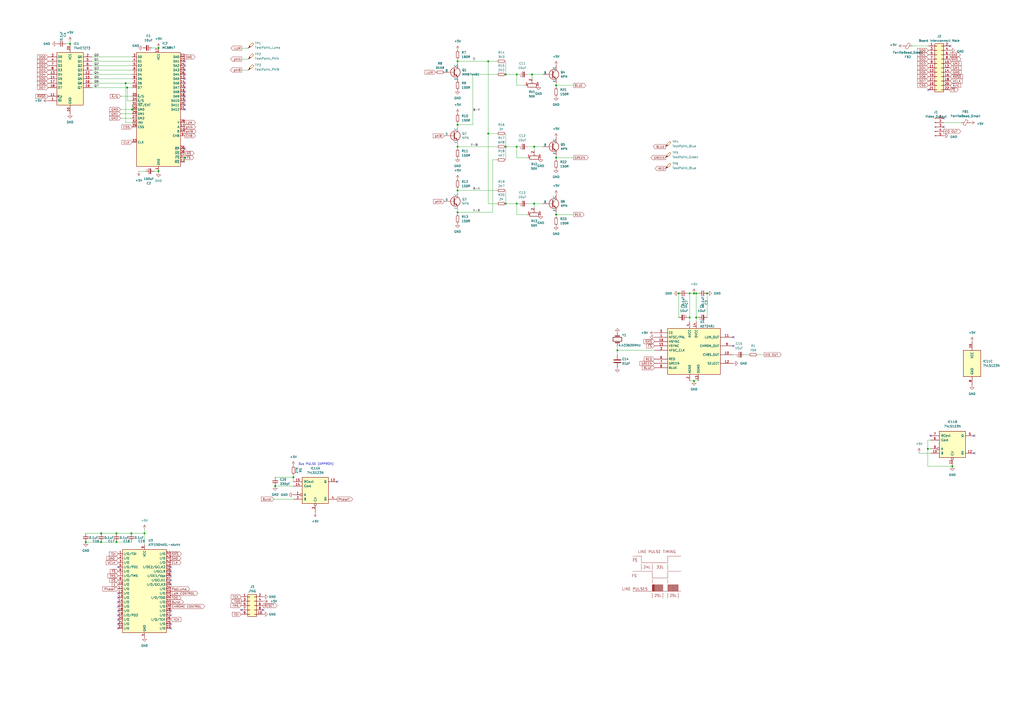
<source format=kicad_sch>
(kicad_sch (version 20231120) (generator "eeschema") (generator_version "8.0")
  (paper "A2")
  (title_block (date "2024-05-02"))
  (junction (at 299.72 85.09))
  (junction (at 91.948 99.314))
  (junction (at 170.18 276.86))
  (junction (at 265.43 110.49))
  (junction (at 76.2 309.372))
  (junction (at 322.58 124.46))
  (junction (at 265.43 35.56))
  (junction (at 83.82 309.372))
  (junction (at 299.72 118.11))
  (junction (at 308.61 43.18))
  (junction (at 67.564 314.452))
  (junction (at 400.05 184.15))
  (junction (at 402.59 220.98))
  (junction (at 265.43 72.39))
  (junction (at 322.58 49.53))
  (junction (at 265.43 123.19))
  (junction (at 283.21 35.56))
  (junction (at 67.564 309.372))
  (junction (at 403.86 184.15))
  (junction (at 58.674 314.452))
  (junction (at 552.45 270.51))
  (junction (at 76.708 63.5))
  (junction (at 107.188 91.44))
  (junction (at 400.05 170.18))
  (junction (at 40.64 25.4))
  (junction (at 91.948 27.813))
  (junction (at 299.72 43.18))
  (junction (at 322.58 91.44))
  (junction (at 72.898 48.26))
  (junction (at 402.59 170.18))
  (junction (at 358.14 203.2))
  (junction (at 58.674 309.372))
  (junction (at 283.21 77.47))
  (junction (at 293.37 118.11))
  (junction (at 410.21 170.18))
  (junction (at 309.88 118.11))
  (junction (at 293.37 43.18))
  (junction (at 393.7 170.18))
  (junction (at 403.86 170.18))
  (junction (at 293.37 85.09))
  (junction (at 309.88 85.09))
  (junction (at 159.639 281.94))
  (junction (at 538.226 260.35))
  (junction (at 265.43 85.09))
  (junction (at 73.787 50.8))
  (junction (at 49.784 314.452))
  (no_connect (at 107.188 63.5))
  (no_connect (at 425.45 200.66))
  (no_connect (at 68.58 364.49))
  (no_connect (at 107.188 45.72))
  (no_connect (at 539.75 252.73))
  (no_connect (at 99.06 354.33))
  (no_connect (at 547.37 73.66))
  (no_connect (at 107.188 60.96))
  (no_connect (at 99.06 356.87))
  (no_connect (at 99.06 336.55))
  (no_connect (at 68.58 344.17))
  (no_connect (at 565.15 262.89))
  (no_connect (at 68.58 328.93))
  (no_connect (at 68.58 361.95))
  (no_connect (at 99.06 364.49))
  (no_connect (at 107.188 50.8))
  (no_connect (at 107.188 43.18))
  (no_connect (at 425.45 195.58))
  (no_connect (at 538.48 52.07))
  (no_connect (at 99.06 334.01))
  (no_connect (at 139.954 353.822))
  (no_connect (at 107.188 35.56))
  (no_connect (at 99.06 361.95))
  (no_connect (at 107.188 55.88))
  (no_connect (at 68.58 346.71))
  (no_connect (at 68.58 359.41))
  (no_connect (at 107.188 40.64))
  (no_connect (at 152.654 353.822))
  (no_connect (at 68.58 354.33))
  (no_connect (at 107.188 86.36))
  (no_connect (at 107.188 38.1))
  (no_connect (at 547.37 68.58))
  (no_connect (at 107.188 53.34))
  (no_connect (at 68.58 356.87))
  (no_connect (at 99.06 328.93))
  (no_connect (at 99.06 339.09))
  (no_connect (at 195.58 279.4))
  (no_connect (at 551.18 26.67))
  (no_connect (at 107.188 48.26))
  (no_connect (at 565.15 252.73))
  (no_connect (at 99.06 331.47))
  (no_connect (at 68.58 351.79))
  (no_connect (at 68.58 349.25))
  (no_connect (at 107.188 58.42))
  (wire (pts (xy 265.43 34.29) (xy 265.43 35.56)))
  (wire (pts (xy 69.977 55.88) (xy 76.708 55.88)))
  (wire (pts (xy 58.674 314.452) (xy 67.564 314.452)))
  (wire (pts (xy 265.43 71.12) (xy 265.43 72.39)))
  (wire (pts (xy 76.708 60.96) (xy 76.708 63.5)))
  (wire (pts (xy 53.34 38.1) (xy 76.708 38.1)))
  (wire (pts (xy 265.43 110.49) (xy 265.43 111.76)))
  (wire (pts (xy 88.138 27.813) (xy 91.948 27.813)))
  (wire (pts (xy 306.07 124.46) (xy 299.72 124.46)))
  (wire (pts (xy 38.1 25.4) (xy 40.64 25.4)))
  (wire (pts (xy 405.13 184.15) (xy 403.86 184.15)))
  (wire (pts (xy 299.72 85.09) (xy 300.99 85.09)))
  (wire (pts (xy 304.8 49.53) (xy 299.72 49.53)))
  (wire (pts (xy 265.43 123.19) (xy 285.75 123.19)))
  (wire (pts (xy 288.29 43.18) (xy 274.32 43.18)))
  (wire (pts (xy 322.58 50.8) (xy 322.58 49.53)))
  (wire (pts (xy 555.6092 71.1118) (xy 555.6092 71.12)))
  (wire (pts (xy 293.37 35.56) (xy 293.37 43.18)))
  (wire (pts (xy 91.948 27.813) (xy 91.948 27.94)))
  (wire (pts (xy 293.37 85.09) (xy 293.37 92.71)))
  (wire (pts (xy 265.43 124.46) (xy 265.43 123.19)))
  (wire (pts (xy 306.07 85.09) (xy 309.88 85.09)))
  (wire (pts (xy 76.708 58.42) (xy 73.787 58.42)))
  (wire (pts (xy 53.34 45.72) (xy 76.708 45.72)))
  (wire (pts (xy 529.1089 26.6543) (xy 529.1089 26.67)))
  (wire (pts (xy 322.58 124.46) (xy 332.74 124.46)))
  (wire (pts (xy 89.408 99.314) (xy 91.948 99.314)))
  (wire (pts (xy 309.88 118.11) (xy 309.88 120.65)))
  (wire (pts (xy 398.78 170.18) (xy 400.05 170.18)))
  (wire (pts (xy 285.75 92.71) (xy 285.75 123.19)))
  (wire (pts (xy 265.43 72.39) (xy 274.32 72.39)))
  (wire (pts (xy 306.07 118.11) (xy 309.88 118.11)))
  (wire (pts (xy 555.6092 71.12) (xy 547.37 71.12)))
  (wire (pts (xy 83.82 307.086) (xy 83.82 309.372)))
  (wire (pts (xy 158.877 289.56) (xy 170.18 289.56)))
  (wire (pts (xy 299.72 118.11) (xy 300.99 118.11)))
  (wire (pts (xy 274.32 43.18) (xy 274.32 72.39)))
  (wire (pts (xy 283.21 118.11) (xy 288.29 118.11)))
  (wire (pts (xy 91.948 99.314) (xy 91.948 99.06)))
  (wire (pts (xy 322.58 49.53) (xy 332.74 49.53)))
  (wire (pts (xy 400.05 170.18) (xy 402.59 170.18)))
  (wire (pts (xy 58.674 309.372) (xy 67.564 309.372)))
  (wire (pts (xy 426.72 205.74) (xy 425.45 205.74)))
  (wire (pts (xy 322.58 91.44) (xy 322.58 90.17)))
  (wire (pts (xy 265.43 109.22) (xy 265.43 110.49)))
  (wire (pts (xy 443.23 205.74) (xy 439.42 205.74)))
  (wire (pts (xy 299.72 124.46) (xy 299.72 118.11)))
  (wire (pts (xy 76.708 71.12) (xy 72.898 71.12)))
  (wire (pts (xy 265.43 85.09) (xy 288.29 85.09)))
  (wire (pts (xy 265.43 123.19) (xy 265.43 121.92)))
  (wire (pts (xy 53.34 40.64) (xy 76.708 40.64)))
  (wire (pts (xy 309.88 85.09) (xy 309.88 87.63)))
  (wire (pts (xy 358.14 203.2) (xy 379.73 203.2)))
  (wire (pts (xy 49.784 309.372) (xy 58.674 309.372)))
  (wire (pts (xy 69.977 66.04) (xy 76.708 66.04)))
  (wire (pts (xy 306.07 91.44) (xy 299.72 91.44)))
  (wire (pts (xy 403.86 170.18) (xy 403.86 184.15)))
  (wire (pts (xy 53.34 48.26) (xy 72.898 48.26)))
  (wire (pts (xy 67.564 309.372) (xy 76.2 309.372)))
  (wire (pts (xy 107.696 88.9) (xy 107.188 88.9)))
  (wire (pts (xy 265.43 110.49) (xy 288.29 110.49)))
  (wire (pts (xy 53.34 43.18) (xy 76.708 43.18)))
  (wire (pts (xy 322.58 92.71) (xy 322.58 91.44)))
  (wire (pts (xy 539.75 255.27) (xy 538.226 255.27)))
  (wire (pts (xy 265.43 72.39) (xy 265.43 73.66)))
  (wire (pts (xy 400.05 170.18) (xy 400.05 184.15)))
  (wire (pts (xy 159.639 281.94) (xy 170.18 281.94)))
  (wire (pts (xy 76.2 309.372) (xy 83.82 309.372)))
  (wire (pts (xy 405.13 170.18) (xy 403.86 170.18)))
  (wire (pts (xy 283.21 35.56) (xy 288.29 35.56)))
  (wire (pts (xy 322.58 125.73) (xy 322.58 124.46)))
  (wire (pts (xy 322.58 91.44) (xy 332.74 91.44)))
  (wire (pts (xy 539.75 262.89) (xy 533.146 262.89)))
  (wire (pts (xy 265.43 35.56) (xy 265.43 36.83)))
  (wire (pts (xy 107.188 91.44) (xy 107.188 93.98)))
  (wire (pts (xy 308.61 43.18) (xy 314.96 43.18)))
  (wire (pts (xy 403.86 184.15) (xy 403.86 186.69)))
  (wire (pts (xy 67.564 314.452) (xy 76.2 314.452)))
  (wire (pts (xy 69.977 68.58) (xy 76.708 68.58)))
  (wire (pts (xy 49.784 314.452) (xy 58.674 314.452)))
  (wire (pts (xy 84.328 99.314) (xy 80.518 99.314)))
  (wire (pts (xy 393.7 170.18) (xy 393.7 184.15)))
  (wire (pts (xy 410.21 170.18) (xy 410.21 184.15)))
  (wire (pts (xy 265.43 35.56) (xy 283.21 35.56)))
  (wire (pts (xy 538.226 255.27) (xy 538.226 260.35)))
  (wire (pts (xy 309.88 85.09) (xy 314.96 85.09)))
  (wire (pts (xy 308.61 43.18) (xy 308.61 45.72)))
  (wire (pts (xy 83.82 309.372) (xy 83.82 316.23)))
  (wire (pts (xy 538.226 260.35) (xy 538.226 270.51)))
  (wire (pts (xy 293.37 85.09) (xy 299.72 85.09)))
  (wire (pts (xy 402.59 170.18) (xy 403.86 170.18)))
  (wire (pts (xy 299.72 91.44) (xy 299.72 85.09)))
  (wire (pts (xy 293.37 43.18) (xy 299.72 43.18)))
  (wire (pts (xy 293.37 118.11) (xy 299.72 118.11)))
  (wire (pts (xy 533.146 262.89) (xy 533.146 262.636)))
  (wire (pts (xy 53.34 33.02) (xy 76.708 33.02)))
  (wire (pts (xy 398.78 184.15) (xy 400.05 184.15)))
  (wire (pts (xy 140.208 27.94) (xy 144.018 27.94)))
  (wire (pts (xy 265.43 86.36) (xy 265.43 85.09)))
  (wire (pts (xy 538.226 270.51) (xy 552.45 270.51)))
  (wire (pts (xy 299.72 43.18) (xy 300.99 43.18)))
  (wire (pts (xy 358.14 200.66) (xy 358.14 203.2)))
  (wire (pts (xy 538.226 260.35) (xy 539.75 260.35)))
  (wire (pts (xy 73.787 58.42) (xy 73.787 50.8)))
  (wire (pts (xy 293.37 110.49) (xy 293.37 118.11)))
  (wire (pts (xy 73.787 50.8) (xy 76.708 50.8)))
  (wire (pts (xy 53.34 50.8) (xy 73.787 50.8)))
  (wire (pts (xy 322.58 49.53) (xy 322.58 48.26)))
  (wire (pts (xy 309.88 118.11) (xy 314.96 118.11)))
  (wire (pts (xy 170.18 275.336) (xy 170.18 276.86)))
  (wire (pts (xy 288.29 92.71) (xy 285.75 92.71)))
  (wire (pts (xy 400.05 220.98) (xy 402.59 220.98)))
  (wire (pts (xy 107.188 91.44) (xy 107.696 91.44)))
  (wire (pts (xy 557.6052 71.1118) (xy 555.6092 71.1118)))
  (wire (pts (xy 299.72 49.53) (xy 299.72 43.18)))
  (wire (pts (xy 159.639 276.86) (xy 170.18 276.86)))
  (wire (pts (xy 400.05 184.15) (xy 400.05 186.69)))
  (wire (pts (xy 91.948 100.076) (xy 91.948 99.314)))
  (wire (pts (xy 358.14 205.74) (xy 358.14 203.2)))
  (wire (pts (xy 140.208 34.29) (xy 144.018 34.29)))
  (wire (pts (xy 140.208 40.64) (xy 144.018 40.64)))
  (wire (pts (xy 434.34 205.74) (xy 431.8 205.74)))
  (wire (pts (xy 288.29 77.47) (xy 283.21 77.47)))
  (wire (pts (xy 283.21 77.47) (xy 283.21 118.11)))
  (wire (pts (xy 306.07 43.18) (xy 308.61 43.18)))
  (wire (pts (xy 529.1089 26.67) (xy 538.48 26.67)))
  (wire (pts (xy 72.898 71.12) (xy 72.898 48.26)))
  (wire (pts (xy 402.59 220.98) (xy 405.13 220.98)))
  (wire (pts (xy 322.58 124.46) (xy 322.58 123.19)))
  (wire (pts (xy 72.898 48.26) (xy 76.708 48.26)))
  (wire (pts (xy 265.43 85.09) (xy 265.43 83.82)))
  (wire (pts (xy 69.977 63.5) (xy 76.708 63.5)))
  (wire (pts (xy 293.37 77.47) (xy 293.37 85.09)))
  (wire (pts (xy 53.34 35.56) (xy 76.708 35.56)))
  (wire (pts (xy 283.21 77.47) (xy 283.21 35.56)))
  (wire (pts (xy 40.64 24.13) (xy 40.64 25.4)))
  (wire (pts (xy 170.18 276.86) (xy 170.18 279.4)))
  (text "3us PULSE (APPROX)" (at 172.974 270.002 0) (effects (font (size 1.27 1.27)) (justify left bottom)))
  (label "Q6" (at 54.61 48.26 0))
  (label "Q3" (at 54.61 40.64 0))
  (label "Q5" (at 54.61 45.72 0))
  (label "R-Y" (at 274.32 110.49 0))
  (label "Y-R" (at 274.32 123.19 0))
  (label "Q4" (at 54.61 43.18 0))
  (label "Q0" (at 54.61 33.02 0))
  (label "B-Y" (at 274.32 64.77 0))
  (label "~{Y}" (at 274.32 35.56 0))
  (label "Y-B" (at 273.05 85.09 0))
  (label "Q2" (at 54.61 38.1 0))
  (label "Q7" (at 54.61 50.8 0))
  (label "Q1" (at 54.61 35.56 0))
  (global_label "TMS" (shape input) (at 139.954 351.282 180) (property "Intersheetrefs" "${INTERSHEET_REFS}" (effects (hide yes))))
  (global_label "~{FS}" (shape output) (at 107.696 91.44 0) (property "Intersheetrefs" "${INTERSHEET_REFS}" (effects (hide yes))))
  (global_label "PadLuma" (shape output) (at 99.06 341.63 0) (property "Intersheetrefs" "${INTERSHEET_REFS}" (effects (hide yes))))
  (global_label "~{A}{slash}G" (shape input) (at 551.18 49.53 0) (property "Intersheetrefs" "${INTERSHEET_REFS}" (effects (hide yes))))
  (global_label "DO2" (shape input) (at 538.48 34.29 180) (property "Intersheetrefs" "${INTERSHEET_REFS}" (effects (hide yes))))
  (global_label "DO6" (shape input) (at 27.94 48.26 180) (property "Intersheetrefs" "${INTERSHEET_REFS}" (effects (hide yes))))
  (global_label "TCK" (shape input) (at 139.954 346.202 180) (property "Intersheetrefs" "${INTERSHEET_REFS}" (effects (hide yes))))
  (global_label "~{FS}" (shape input) (at 379.73 200.66 180) (property "Intersheetrefs" "${INTERSHEET_REFS}" (effects (hide yes))))
  (global_label "GM1" (shape input) (at 551.18 39.37 0) (property "Intersheetrefs" "${INTERSHEET_REFS}" (effects (hide yes))))
  (global_label "GM0" (shape input) (at 551.18 41.91 0) (property "Intersheetrefs" "${INTERSHEET_REFS}" (effects (hide yes))))
  (global_label "Burst" (shape input) (at 158.877 289.56 180) (property "Intersheetrefs" "${INTERSHEET_REFS}" (effects (hide yes))))
  (global_label "~{RESET}" (shape output) (at 152.654 351.282 0) (property "Intersheetrefs" "${INTERSHEET_REFS}" (effects (hide yes))))
  (global_label "LUM" (shape input) (at 252.73 41.91 180) (property "Intersheetrefs" "${INTERSHEET_REFS}" (effects (hide yes))))
  (global_label "DO0" (shape input) (at 27.94 33.02 180) (property "Intersheetrefs" "${INTERSHEET_REFS}" (effects (hide yes))))
  (global_label "phiB" (shape output) (at 140.208 40.64 180) (property "Intersheetrefs" "${INTERSHEET_REFS}" (effects (hide yes))))
  (global_label "DA0'" (shape input) (at 68.58 323.85 180) (property "Intersheetrefs" "${INTERSHEET_REFS}" (effects (hide yes))))
  (global_label "phiB" (shape input) (at 257.81 78.74 180) (property "Intersheetrefs" "${INTERSHEET_REFS}" (effects (hide yes))))
  (global_label "DO5" (shape input) (at 538.48 41.91 180) (property "Intersheetrefs" "${INTERSHEET_REFS}" (effects (hide yes))))
  (global_label "BLUE" (shape output) (at 332.74 49.53 0) (property "Intersheetrefs" "${INTERSHEET_REFS}" (effects (hide yes))))
  (global_label "GM2" (shape input) (at 551.18 36.83 0) (property "Intersheetrefs" "${INTERSHEET_REFS}" (effects (hide yes))))
  (global_label "GM2" (shape input) (at 69.977 68.58 180) (property "Intersheetrefs" "${INTERSHEET_REFS}" (effects (hide yes))))
  (global_label "~{NHS}" (shape input) (at 379.73 198.12 180) (property "Intersheetrefs" "${INTERSHEET_REFS}" (effects (hide yes))))
  (global_label "DO5" (shape input) (at 27.94 45.72 180) (property "Intersheetrefs" "${INTERSHEET_REFS}" (effects (hide yes))))
  (global_label "DO6" (shape input) (at 538.48 44.45 180) (property "Intersheetrefs" "${INTERSHEET_REFS}" (effects (hide yes))))
  (global_label "VCLK" (shape input) (at 551.18 46.99 0) (property "Intersheetrefs" "${INTERSHEET_REFS}" (effects (hide yes))))
  (global_label "LUM" (shape output) (at 140.208 27.94 180) (property "Intersheetrefs" "${INTERSHEET_REFS}" (effects (hide yes))))
  (global_label "DO3" (shape input) (at 538.48 36.83 180) (property "Intersheetrefs" "${INTERSHEET_REFS}" (effects (hide yes))))
  (global_label "TCK" (shape input) (at 99.06 359.41 0) (property "Intersheetrefs" "${INTERSHEET_REFS}" (effects (hide yes))))
  (global_label "TDI" (shape input) (at 139.954 356.362 180) (property "Intersheetrefs" "${INTERSHEET_REFS}" (effects (hide yes))))
  (global_label "TMS" (shape input) (at 68.58 334.01 180) (property "Intersheetrefs" "${INTERSHEET_REFS}" (effects (hide yes))))
  (global_label "DO2" (shape input) (at 27.94 38.1 180) (property "Intersheetrefs" "${INTERSHEET_REFS}" (effects (hide yes))))
  (global_label "Burst" (shape output) (at 99.06 349.25 0) (property "Intersheetrefs" "${INTERSHEET_REFS}" (effects (hide yes))))
  (global_label "PhaseT" (shape output) (at 195.58 289.56 0) (property "Intersheetrefs" "${INTERSHEET_REFS}" (effects (hide yes))))
  (global_label "DO4" (shape input) (at 538.48 39.37 180) (property "Intersheetrefs" "${INTERSHEET_REFS}" (effects (hide yes))))
  (global_label "PhaseT" (shape input) (at 68.58 341.63 180) (property "Intersheetrefs" "${INTERSHEET_REFS}" (effects (hide yes))))
  (global_label "DO1" (shape input) (at 538.48 31.75 180) (property "Intersheetrefs" "${INTERSHEET_REFS}" (effects (hide yes))))
  (global_label "CLK" (shape input) (at 76.708 82.55 180) (property "Intersheetrefs" "${INTERSHEET_REFS}" (effects (hide yes))))
  (global_label "BLUE" (shape input) (at 379.73 213.36 180) (property "Intersheetrefs" "${INTERSHEET_REFS}" (effects (hide yes))))
  (global_label "DO3" (shape input) (at 27.94 40.64 180) (property "Intersheetrefs" "${INTERSHEET_REFS}" (effects (hide yes))))
  (global_label "DA0" (shape output) (at 107.188 33.02 0) (property "Intersheetrefs" "${INTERSHEET_REFS}" (effects (hide yes))))
  (global_label "phiA" (shape input) (at 257.81 116.84 180) (property "Intersheetrefs" "${INTERSHEET_REFS}" (effects (hide yes))))
  (global_label "~{FS}" (shape output) (at 551.18 52.07 0) (property "Intersheetrefs" "${INTERSHEET_REFS}" (effects (hide yes))))
  (global_label "GM0" (shape input) (at 69.977 63.5 180) (property "Intersheetrefs" "${INTERSHEET_REFS}" (effects (hide yes))))
  (global_label "~{RAS0}" (shape input) (at 551.18 44.45 0) (property "Intersheetrefs" "${INTERSHEET_REFS}" (effects (hide yes))))
  (global_label "DO4" (shape input) (at 27.94 43.18 180) (property "Intersheetrefs" "${INTERSHEET_REFS}" (effects (hide yes))))
  (global_label "DO0" (shape input) (at 538.48 29.21 180) (property "Intersheetrefs" "${INTERSHEET_REFS}" (effects (hide yes))))
  (global_label "DA0" (shape output) (at 551.18 31.75 0) (property "Intersheetrefs" "${INTERSHEET_REFS}" (effects (hide yes))))
  (global_label "E" (shape input) (at 68.58 339.09 180) (property "Intersheetrefs" "${INTERSHEET_REFS}" (effects (hide yes))))
  (global_label "RED" (shape output) (at 332.74 124.46 0) (property "Intersheetrefs" "${INTERSHEET_REFS}" (effects (hide yes))))
  (global_label "TDI" (shape input) (at 68.58 321.31 180) (property "Intersheetrefs" "${INTERSHEET_REFS}" (effects (hide yes))))
  (global_label "CHB" (shape output) (at 107.188 78.74 0) (property "Intersheetrefs" "${INTERSHEET_REFS}" (effects (hide yes))))
  (global_label "DA0" (shape output) (at 99.06 323.85 0) (property "Intersheetrefs" "${INTERSHEET_REFS}" (effects (hide yes))))
  (global_label "phiA" (shape output) (at 107.188 73.66 0) (property "Intersheetrefs" "${INTERSHEET_REFS}" (effects (hide yes))))
  (global_label "TDO" (shape output) (at 139.954 348.742 180) (property "Intersheetrefs" "${INTERSHEET_REFS}" (effects (hide yes))))
  (global_label "~{A}{slash}G" (shape input) (at 69.977 55.88 180) (property "Intersheetrefs" "${INTERSHEET_REFS}" (effects (hide yes))))
  (global_label "~{FS}" (shape input) (at 68.58 331.47 180) (property "Intersheetrefs" "${INTERSHEET_REFS}" (effects (hide yes))))
  (global_label "RED" (shape output) (at 386.08 97.79 180) (property "Intersheetrefs" "${INTERSHEET_REFS}" (effects (hide yes))))
  (global_label "RED" (shape input) (at 379.73 208.28 180) (property "Intersheetrefs" "${INTERSHEET_REFS}" (effects (hide yes))))
  (global_label "TDO" (shape output) (at 99.06 346.71 0) (property "Intersheetrefs" "${INTERSHEET_REFS}" (effects (hide yes))))
  (global_label "GM1" (shape input) (at 69.977 66.04 180) (property "Intersheetrefs" "${INTERSHEET_REFS}" (effects (hide yes))))
  (global_label "LUM" (shape output) (at 107.188 71.12 0) (property "Intersheetrefs" "${INTERSHEET_REFS}" (effects (hide yes))))
  (global_label "~{HS}" (shape output) (at 107.696 88.9 0) (property "Intersheetrefs" "${INTERSHEET_REFS}" (effects (hide yes))))
  (global_label "CHROME CONTROL" (shape output) (at 99.06 351.79 0) (property "Intersheetrefs" "${INTERSHEET_REFS}" (effects (hide yes))))
  (global_label "~{NHS}" (shape output) (at 99.06 321.31 0) (property "Intersheetrefs" "${INTERSHEET_REFS}" (effects (hide yes))))
  (global_label "phiB" (shape output) (at 107.188 76.2 0) (property "Intersheetrefs" "${INTERSHEET_REFS}" (effects (hide yes))))
  (global_label "VID OUT" (shape output) (at 547.37 76.2 0) (property "Intersheetrefs" "${INTERSHEET_REFS}" (effects (hide yes))))
  (global_label "CSS" (shape input) (at 76.708 73.66 180) (property "Intersheetrefs" "${INTERSHEET_REFS}" (effects (hide yes))))
  (global_label "VID OUT" (shape output) (at 443.23 205.74 0) (property "Intersheetrefs" "${INTERSHEET_REFS}" (effects (hide yes))))
  (global_label "DO7" (shape input) (at 538.48 46.99 180) (property "Intersheetrefs" "${INTERSHEET_REFS}" (effects (hide yes))))
  (global_label "BLUE" (shape output) (at 386.08 85.09 180) (property "Intersheetrefs" "${INTERSHEET_REFS}" (effects (hide yes))))
  (global_label "LUM CONTROL" (shape output) (at 99.06 344.17 0) (property "Intersheetrefs" "${INTERSHEET_REFS}" (effects (hide yes))))
  (global_label "~{HS}" (shape input) (at 68.58 336.55 180) (property "Intersheetrefs" "${INTERSHEET_REFS}" (effects (hide yes))))
  (global_label "DO7" (shape input) (at 27.94 50.8 180) (property "Intersheetrefs" "${INTERSHEET_REFS}" (effects (hide yes))))
  (global_label "GREEN" (shape input) (at 379.73 210.82 180) (property "Intersheetrefs" "${INTERSHEET_REFS}" (effects (hide yes))))
  (global_label "GREEN" (shape output) (at 386.08 91.44 180) (property "Intersheetrefs" "${INTERSHEET_REFS}" (effects (hide yes))))
  (global_label "~{RAS0}" (shape input) (at 27.94 55.88 180) (property "Intersheetrefs" "${INTERSHEET_REFS}" (effects (hide yes))))
  (global_label "GREEN" (shape output) (at 332.74 91.44 0) (property "Intersheetrefs" "${INTERSHEET_REFS}" (effects (hide yes))))
  (global_label "~{NHS}" (shape output) (at 551.18 34.29 0) (property "Intersheetrefs" "${INTERSHEET_REFS}" (effects (hide yes))))
  (global_label "VCLK" (shape input) (at 68.58 326.39 180) (property "Intersheetrefs" "${INTERSHEET_REFS}" (effects (hide yes))))
  (global_label "CSS" (shape input) (at 538.48 49.53 180) (property "Intersheetrefs" "${INTERSHEET_REFS}" (effects (hide yes))))
  (global_label "DO1" (shape input) (at 27.94 35.56 180) (property "Intersheetrefs" "${INTERSHEET_REFS}" (effects (hide yes))))
  (global_label "phiA" (shape output) (at 140.208 34.29 180) (property "Intersheetrefs" "${INTERSHEET_REFS}" (effects (hide yes))))
  (global_label "CLK" (shape output) (at 99.06 326.39 0) (property "Intersheetrefs" "${INTERSHEET_REFS}" (effects (hide yes))))
  (symbol (lib_id "power:GND") (at 402.59 220.98 0) (unit 1)
    (property "Reference" "#PWR022" (effects (hide yes)))
    (property "Value" "GND" (at 402.59 225.806 0))
  )
  (symbol (lib_id "Device:R_Small") (at 255.27 41.91 270) (unit 1)
    (property "Reference" "R8" (at 255.27 36.83 90))
    (property "Value" "910R" (at 255.27 39.37 90))
    (property "Footprint" "Resistor_SMD:R_0805_2012Metric_Pad1.20x1.40mm_HandSolder" (effects (hide yes)))
    (property "DigiKey" "CF14JT6K80CT-ND" (effects (hide yes)))
    (property "alt" "20K" (effects (hide yes)))
  )
  (symbol (lib_id "Device:C_Small") (at 49.784 311.912 0) (mirror y) (unit 1)
    (property "Reference" "C16" (at 53.721 313.944 0) (effects (justify right)))
    (property "Value" "0.1uF" (at 51.562 311.912 0) (effects (justify right)))
    (property "Footprint" "Capacitor_SMD:C_0805_2012Metric_Pad1.18x1.45mm_HandSolder" (effects (hide yes)))
    (property "DigiKey" "399-C0805C104M5RAC7800CT-ND" (effects (hide yes)))
  )
  (symbol (lib_id "power:+5V") (at 83.82 307.086 0) (unit 1)
    (property "Reference" "#PWR049" (effects (hide yes)))
    (property "Value" "+5V" (at 83.82 301.879 0))
  )
  (symbol (lib_id "Device:R_Small") (at 290.83 92.71 270) (unit 1)
    (property "Reference" "R18" (at 290.83 87.63 90))
    (property "Value" "4K7" (at 290.83 90.17 90))
    (property "Footprint" "Resistor_SMD:R_0805_2012Metric_Pad1.20x1.40mm_HandSolder" (effects (hide yes)))
    (property "DigiKey" "CF14JT6K80CT-ND" (effects (hide yes)))
    (property "alt" "20K" (effects (hide yes)))
  )
  (symbol (lib_id "power:+5V") (at 27.94 58.42 90) (unit 1)
    (property "Reference" "#PWR07" (effects (hide yes)))
    (property "Value" "+5V" (at 24.257 58.4199 90) (effects (justify left)))
  )
  (symbol (lib_id "power:GND") (at 312.42 49.53 0) (unit 1)
    (property "Reference" "#PWR03" (effects (hide yes)))
    (property "Value" "GND" (at 312.42 54.356 0))
  )
  (symbol (lib_id "Device:R_Small") (at 265.43 68.58 180) (unit 1)
    (property "Reference" "R10" (at 267.716 67.3099 0) (effects (justify right)))
    (property "Value" "150R" (at 267.716 69.8499 0) (effects (justify right)))
    (property "Footprint" "Resistor_SMD:R_0805_2012Metric_Pad1.20x1.40mm_HandSolder" (effects (hide yes)))
    (property "DigiKey" "CF14JT6K80CT-ND" (effects (hide yes)))
    (property "alt" "20K" (effects (hide yes)))
  )
  (symbol (lib_id "Connector:TestPoint_Probe") (at 386.08 91.44 0) (unit 1)
    (property "Reference" "TP5" (at 389.89 88.5825 0) (effects (justify left)))
    (property "Value" "TestPoint_Green" (at 389.89 91.1225 0) (effects (justify left)))
    (property "Footprint" "TestPoint:TestPoint_Pad_D1.0mm" (effects (hide yes)))
  )
  (symbol (lib_id "74xx:74LS123") (at 182.88 284.48 0) (unit 1)
    (property "Reference" "IC11" (at 182.88 271.653 0))
    (property "Value" "74LS123N" (at 182.88 274.193 0))
    (property "Footprint" "Package_SO:SOIC-16_3.9x9.9mm_P1.27mm" (effects (hide yes)))
    (property "Datasheet" "http://www.ti.com/lit/gpn/sn74LS123" (effects (hide yes)))
    (property "DigiKey" "296-1636-5-ND" (effects (hide yes)))
  )
  (symbol (lib_id "power:+5V") (at 402.59 170.18 0) (unit 1)
    (property "Reference" "#PWR019" (effects (hide yes)))
    (property "Value" "+5V" (at 402.59 164.846 0))
  )
  (symbol (lib_id "Device:Crystal") (at 358.14 196.85 270) (unit 1)
    (property "Reference" "Y1" (at 360.807 194.437 90) (effects (justify left)))
    (property "Value" "4.433620MHz" (at 358.648 200.279 90) (effects (justify left)))
    (property "Footprint" "Crystal:Crystal_SMD_HC49-SD" (effects (hide yes)))
    (property "DigiKey" "XC1263CT-ND" (effects (hide yes)))
  )
  (symbol (lib_id "power:+5V") (at 322.58 80.01 0) (unit 1)
    (property "Reference" "#PWR070" (effects (hide yes)))
    (property "Value" "+5V" (at 322.58 74.676 0))
  )
  (symbol (lib_id "Device:R_Small") (at 290.83 118.11 270) (unit 1)
    (property "Reference" "R20" (at 290.83 113.03 90))
    (property "Value" "2K" (at 290.83 115.57 90))
    (property "Footprint" "Resistor_SMD:R_0805_2012Metric_Pad1.20x1.40mm_HandSolder" (effects (hide yes)))
    (property "DigiKey" "CF14JT6K80CT-ND" (effects (hide yes)))
    (property "alt" "20K" (effects (hide yes)))
  )
  (symbol (lib_id "power:GND") (at 91.948 100.076 0) (unit 1)
    (property "Reference" "#PWR013" (effects (hide yes)))
    (property "Value" "GND" (at 91.948 104.902 0))
  )
  (symbol (lib_id "power:+5V") (at 563.88 198.12 0) (unit 1)
    (property "Reference" "#PWR081" (effects (hide yes)))
    (property "Value" "+5V" (at 563.88 192.913 0))
  )
  (symbol (lib_id "power:+5V") (at 533.146 262.636 0) (unit 1)
    (property "Reference" "#PWR080" (effects (hide yes)))
    (property "Value" "+5V" (at 533.146 257.429 0))
  )
  (symbol (lib_id "Device:R_Small") (at 170.18 272.796 180) (unit 1)
    (property "Reference" "R5" (at 174.371 272.796 90))
    (property "Value" "27K" (at 172.212 272.796 90))
    (property "Footprint" "Resistor_SMD:R_0805_2012Metric_Pad1.20x1.40mm_HandSolder" (effects (hide yes)))
    (property "DigiKey" "CF14JT27K0CT-ND" (effects (hide yes)))
  )
  (symbol (lib_id "power:+5V") (at 40.64 24.13 0) (unit 1)
    (property "Reference" "#PWR08" (effects (hide yes)))
    (property "Value" "+5V" (at 40.64 18.796 0))
  )
  (symbol (lib_id "power:GND") (at 425.45 210.82 90) (unit 1)
    (property "Reference" "#PWR023" (effects (hide yes)))
    (property "Value" "GND" (at 429.26 210.8199 90) (effects (justify right)))
  )
  (symbol (lib_id "Device:C_Polarized_Small") (at 407.67 184.15 90) (unit 1)
    (property "Reference" "C8" (at 407.1239 177.8 90))
    (property "Value" "10uF" (at 407.1239 180.34 90))
    (property "Footprint" "Capacitor_SMD:CP_Elec_4x5.4" (effects (hide yes)))
    (property "Description" "Polarized capacitor, small symbol" (effects (hide yes)))
    (property "DigiKey" "732-6401-1-ND" (effects (hide yes)))
  )
  (symbol (lib_id "power:GND") (at 265.43 52.07 0) (unit 1)
    (property "Reference" "#PWR061" (effects (hide yes)))
    (property "Value" "GND" (at 265.43 56.896 0))
  )
  (symbol (lib_id "power:+5V") (at 265.43 29.21 0) (unit 1)
    (property "Reference" "#PWR060" (effects (hide yes)))
    (property "Value" "+5V" (at 265.43 23.876 0))
  )
  (symbol (lib_id "power:GND") (at 49.784 314.452 0) (unit 1)
    (property "Reference" "#PWR048" (effects (hide yes)))
    (property "Value" "GND" (at 49.784 319.405 0))
  )
  (symbol (lib_id "Device:R_Small") (at 265.43 88.9 180) (unit 1)
    (property "Reference" "R11" (at 267.716 87.6299 0) (effects (justify right)))
    (property "Value" "150R" (at 267.716 90.1699 0) (effects (justify right)))
    (property "Footprint" "Resistor_SMD:R_0805_2012Metric_Pad1.20x1.40mm_HandSolder" (effects (hide yes)))
    (property "DigiKey" "CF14JT6K80CT-ND" (effects (hide yes)))
    (property "alt" "20K" (effects (hide yes)))
  )
  (symbol (lib_id "power:GND") (at 159.639 281.94 0) (unit 1)
    (property "Reference" "#PWR076" (effects (hide yes)))
    (property "Value" "GND" (at 159.639 286.893 0))
  )
  (symbol (lib_id "Connector:TestPoint_Probe") (at 144.018 27.94 0) (unit 1)
    (property "Reference" "TP1" (at 147.828 25.0825 0) (effects (justify left)))
    (property "Value" "TestPoint_Luma" (at 147.828 27.6225 0) (effects (justify left)))
    (property "Footprint" "TestPoint:TestPoint_Pad_D1.0mm" (effects (hide yes)))
  )
  (symbol (lib_id "Connector:TestPoint_Probe") (at 386.08 97.79 0) (unit 1)
    (property "Reference" "TP6" (at 389.89 94.9325 0) (effects (justify left)))
    (property "Value" "TestPoint_Blue" (at 389.89 97.4725 0) (effects (justify left)))
    (property "Footprint" "TestPoint:TestPoint_Pad_D1.0mm" (effects (hide yes)))
  )
  (symbol (lib_id "power:GND") (at 83.058 27.813 270) (unit 1)
    (property "Reference" "#PWR011" (effects (hide yes)))
    (property "Value" "GND" (at 76.708 26.543 90) (effects (justify left)))
  )
  (symbol (lib_id "power:+5V") (at 322.58 113.03 0) (unit 1)
    (property "Reference" "#PWR071" (effects (hide yes)))
    (property "Value" "+5V" (at 322.58 107.696 0))
  )
  (symbol (lib_id "Device:C_Small") (at 76.2 311.912 0) (mirror y) (unit 1)
    (property "Reference" "C19" (at 80.137 313.944 0) (effects (justify right)))
    (property "Value" "0.1uF" (at 77.978 311.912 0) (effects (justify right)))
    (property "Footprint" "Capacitor_SMD:C_0805_2012Metric_Pad1.18x1.45mm_HandSolder" (effects (hide yes)))
    (property "DigiKey" "399-C0805C104M5RAC7800CT-ND" (effects (hide yes)))
  )
  (symbol (lib_id "Connector:Conn_01x05_Pin") (at 542.29 73.66 0) (unit 1)
    (property "Reference" "J1" (at 542.925 65.024 0))
    (property "Value" "Video Output" (at 542.925 67.564 0))
    (property "Footprint" "Connector_PinHeader_2.54mm:PinHeader_1x05_P2.54mm_Vertical" (effects (hide yes)))
  )
  (symbol (lib_id "Device:R_Small") (at 290.83 35.56 270) (unit 1)
    (property "Reference" "R14" (at 290.83 30.48 90))
    (property "Value" "3K3" (at 290.83 33.02 90))
    (property "Footprint" "Resistor_SMD:R_0805_2012Metric_Pad1.20x1.40mm_HandSolder" (effects (hide yes)))
    (property "DigiKey" "CF14JT6K80CT-ND" (effects (hide yes)))
    (property "alt" "20K" (effects (hide yes)))
  )
  (symbol (lib_id "power:+5V") (at 80.518 99.314 180) (unit 1)
    (property "Reference" "#PWR010" (effects (hide yes)))
    (property "Value" "+5V" (at 80.518 104.648 0))
  )
  (symbol (lib_id "Device:C_Polarized_Small") (at 303.53 43.18 90) (unit 1)
    (property "Reference" "C11" (at 302.9839 36.83 90))
    (property "Value" "10uF" (at 302.9839 39.37 90))
    (property "Footprint" "Capacitor_SMD:CP_Elec_4x5.4" (effects (hide yes)))
    (property "Description" "Polarized capacitor, small symbol" (effects (hide yes)))
    (property "DigiKey" "732-6401-1-ND" (effects (hide yes)))
  )
  (symbol (lib_id "Simulation_SPICE:NPN") (at 320.04 85.09 0) (unit 1)
    (property "Reference" "Q5" (at 325.12 83.8199 0) (effects (justify left)))
    (property "Value" "NPN" (at 325.12 86.3599 0) (effects (justify left)))
    (property "Footprint" "vdg:SOT-23-3" (effects (hide yes)))
    (property "Datasheet" "https://ngspice.sourceforge.io/docs/ngspice-html-manual/manual.xhtml#cha_BJTs" (effects (hide yes)))
    (property "Description" "Bipolar transistor symbol for simulation only, substrate tied to the emitter" (effects (hide yes)))
    (property "Sim.Device" "NPN" (effects (hide yes)))
    (property "Sim.Type" "GUMMELPOON" (effects (hide yes)))
    (property "Sim.Pins" "1=C 2=B 3=E" (effects (hide yes)))
  )
  (symbol (lib_id "Device:R_Small") (at 265.43 31.75 180) (unit 1)
    (property "Reference" "R7" (at 267.716 30.4799 0) (effects (justify right)))
    (property "Value" "180R" (at 267.716 33.0199 0) (effects (justify right)))
    (property "Footprint" "Resistor_SMD:R_0805_2012Metric_Pad1.20x1.40mm_HandSolder" (effects (hide yes)))
    (property "DigiKey" "CF14JT6K80CT-ND" (effects (hide yes)))
    (property "alt" "20K" (effects (hide yes)))
  )
  (symbol (lib_id "Connector:TestPoint_Probe") (at 144.018 40.64 0) (unit 1)
    (property "Reference" "TP3" (at 147.828 37.7825 0) (effects (justify left)))
    (property "Value" "TestPoint_PhiB" (at 147.828 40.3225 0) (effects (justify left)))
    (property "Footprint" "TestPoint:TestPoint_Pad_D1.0mm" (effects (hide yes)))
  )
  (symbol (lib_id "74xx:74LS123") (at 563.88 210.82 0) (unit 3)
    (property "Reference" "IC11" (at 570.103 209.5499 0) (effects (justify left)))
    (property "Value" "74LS123N" (at 570.103 212.0899 0) (effects (justify left)))
    (property "Footprint" "Package_SO:SOIC-16_3.9x9.9mm_P1.27mm" (effects (hide yes)))
    (property "Datasheet" "http://www.ti.com/lit/gpn/sn74LS123" (effects (hide yes)))
    (property "DigiKey" "296-1636-5-ND" (effects (hide yes)))
  )
  (symbol (lib_id "power:+5V") (at 91.948 27.813 0) (unit 1)
    (property "Reference" "#PWR012" (effects (hide yes)))
    (property "Value" "+5V" (at 91.948 22.479 0))
  )
  (symbol (lib_id "Device:FerriteBead_Small") (at 560.1452 71.1118 90) (unit 1)
    (property "Reference" "FB1" (at 560.1071 64.7618 90))
    (property "Value" "FerriteBead_Small" (at 560.1071 67.3018 90))
    (property "Footprint" "Inductor_SMD:L_0805_2012Metric_Pad1.15x1.40mm_HandSolder" (effects (hide yes)))
  )
  (symbol (lib_id "power:GND") (at 152.654 346.202 90) (unit 1)
    (property "Reference" "#PWR073" (effects (hide yes)))
    (property "Value" "GND" (at 155.956 346.202 90) (effects (justify right)))
  )
  (symbol (lib_id "Device:C_Small") (at 67.564 311.912 0) (mirror y) (unit 1)
    (property "Reference" "C18" (at 71.501 313.944 0) (effects (justify right)))
    (property "Value" "0.1uF" (at 69.342 311.912 0) (effects (justify right)))
    (property "Footprint" "Capacitor_SMD:C_0805_2012Metric_Pad1.18x1.45mm_HandSolder" (effects (hide yes)))
    (property "DigiKey" "399-C0805C104M5RAC7800CT-ND" (effects (hide yes)))
  )
  (symbol (lib_id "Device:R_Potentiometer_Trim") (at 309.88 91.44 90) (unit 1)
    (property "Reference" "RV2" (at 309.88 95.25 90))
    (property "Value" "50K" (at 309.88 97.79 90))
    (property "Footprint" "Potentiometer_SMD:Potentiometer_Bourns_TC33X_Vertical" (effects (hide yes)))
    (property "Description" "Trim-potentiometer" (effects (hide yes)))
    (property "DigiKey" "TC42X-2-503ECT-ND" (effects (hide yes)))
  )
  (symbol (lib_id "power:+5V") (at 152.654 348.742 270) (unit 1)
    (property "Reference" "#PWR074" (effects (hide yes)))
    (property "Value" "+5V" (at 156.718 348.742 90) (effects (justify left)))
  )
  (symbol (lib_id "Device:C_Small") (at 407.67 170.18 90) (unit 1)
    (property "Reference" "C3" (at 409.702 174.117 0) (effects (justify right)))
    (property "Value" "0.1uF" (at 407.67 171.958 0) (effects (justify right)))
    (property "Footprint" "Capacitor_SMD:C_0805_2012Metric_Pad1.18x1.45mm_HandSolder" (effects (hide yes)))
    (property "Datasheet" "https://www.vishay.com/docs/45171/kseries.pdf" (effects (hide yes)))
    (property "DigiKey" "399-C0805C104M5RAC7800CT-ND" (effects (hide yes)))
  )
  (symbol (lib_id "Simulation_SPICE:NPN") (at 262.89 41.91 0) (unit 1)
    (property "Reference" "Q1" (at 267.97 40.6399 0) (effects (justify left)))
    (property "Value" "MMBT4401" (at 267.97 43.1799 0) (effects (justify left)))
    (property "Footprint" "vdg:SOT-23-3" (effects (hide yes)))
    (property "Datasheet" "https://ngspice.sourceforge.io/docs/ngspice-html-manual/manual.xhtml#cha_BJTs" (effects (hide yes)))
    (property "Description" "Bipolar transistor symbol for simulation only, substrate tied to the emitter" (effects (hide yes)))
    (property "Sim.Device" "NPN" (effects (hide yes)))
    (property "Sim.Type" "GUMMELPOON" (effects (hide yes)))
    (property "Sim.Pins" "1=C 2=B 3=E" (effects (hide yes)))
  )
  (symbol (lib_id "power:GND") (at 552.45 270.51 0) (unit 1)
    (property "Reference" "#PWR083" (effects (hide yes)))
    (property "Value" "GND" (at 552.45 275.463 0))
  )
  (symbol (lib_id "Device:C") (at 358.14 209.55 0) (unit 1)
    (property "Reference" "C14" (at 360.807 208.28 0) (effects (justify left)))
    (property "Value" "51pF" (at 360.807 210.82 0) (effects (justify left)))
    (property "Footprint" "Capacitor_SMD:C_0805_2012Metric" (effects (hide yes)))
    (property "DigiKey" "399-C0805C510F1GAC7800CT-ND" (effects (hide yes)))
  )
  (symbol (lib_id "power:GND") (at 551.18 29.21 90) (unit 1)
    (property "Reference" "#PWR04" (effects (hide yes)))
    (property "Value" "GND" (at 554.99 29.845 90) (effects (justify right)))
  )
  (symbol (lib_id "Connector:TestPoint_Probe") (at 144.018 34.29 0) (unit 1)
    (property "Reference" "TP2" (at 147.828 31.4325 0) (effects (justify left)))
    (property "Value" "TestPoint_PhiA" (at 147.828 33.9725 0) (effects (justify left)))
    (property "Footprint" "TestPoint:TestPoint_Pad_D1.0mm" (effects (hide yes)))
  )
  (symbol (lib_id "Device:R_Potentiometer_Trim") (at 309.88 124.46 90) (unit 1)
    (property "Reference" "RV3" (at 309.88 128.27 90))
    (property "Value" "50K" (at 309.88 130.81 90))
    (property "Footprint" "Potentiometer_SMD:Potentiometer_Bourns_TC33X_Vertical" (effects (hide yes)))
    (property "Description" "Trim-potentiometer" (effects (hide yes)))
    (property "DigiKey" "TC42X-2-503ECT-ND" (effects (hide yes)))
  )
  (symbol (lib_id "Simulation_SPICE:NPN") (at 262.89 116.84 0) (unit 1)
    (property "Reference" "Q3" (at 267.97 115.5699 0) (effects (justify left)))
    (property "Value" "NPN" (at 267.97 118.1099 0) (effects (justify left)))
    (property "Footprint" "vdg:SOT-23-3" (effects (hide yes)))
    (property "Datasheet" "https://ngspice.sourceforge.io/docs/ngspice-html-manual/manual.xhtml#cha_BJTs" (effects (hide yes)))
    (property "Description" "Bipolar transistor symbol for simulation only, substrate tied to the emitter" (effects (hide yes)))
    (property "Sim.Device" "NPN" (effects (hide yes)))
    (property "Sim.Type" "GUMMELPOON" (effects (hide yes)))
    (property "Sim.Pins" "1=C 2=B 3=E" (effects (hide yes)))
  )
  (symbol (lib_id "Device:FerriteBead_Small") (at 526.5689 26.6543 270) (unit 1)
    (property "Reference" "FB2" (at 526.607 33.0043 90))
    (property "Value" "FerriteBead_Small" (at 526.607 30.4643 90))
    (property "Footprint" "Inductor_SMD:L_0805_2012Metric_Pad1.15x1.40mm_HandSolder" (effects (hide yes)))
  )
  (symbol (lib_id "Device:R_Small") (at 290.83 85.09 270) (unit 1)
    (property "Reference" "R17" (at 290.83 80.01 90))
    (property "Value" "6K8" (at 290.83 82.55 90))
    (property "Footprint" "Resistor_SMD:R_0805_2012Metric_Pad1.20x1.40mm_HandSolder" (effects (hide yes)))
    (property "DigiKey" "CF14JT6K80CT-ND" (effects (hide yes)))
    (property "alt" "20K" (effects (hide yes)))
  )
  (symbol (lib_id "power:+5V") (at 265.43 104.14 0) (unit 1)
    (property "Reference" "#PWR064" (effects (hide yes)))
    (property "Value" "+5V" (at 265.43 98.806 0))
  )
  (symbol (lib_id "Device:R_Small") (at 322.58 128.27 180) (unit 1)
    (property "Reference" "R23" (at 324.866 126.9999 0) (effects (justify right)))
    (property "Value" "150R" (at 324.866 129.5399 0) (effects (justify right)))
    (property "Footprint" "Resistor_SMD:R_0805_2012Metric_Pad1.20x1.40mm_HandSolder" (effects (hide yes)))
    (property "DigiKey" "CF14JT6K80CT-ND" (effects (hide yes)))
    (property "alt" "20K" (effects (hide yes)))
  )
  (symbol (lib_id "Device:C_Small") (at 396.24 170.18 90) (unit 1)
    (property "Reference" "C7" (at 398.272 174.117 0) (effects (justify right)))
    (property "Value" "0.1uF" (at 396.24 171.958 0) (effects (justify right)))
    (property "Footprint" "Capacitor_SMD:C_0805_2012Metric_Pad1.18x1.45mm_HandSolder" (effects (hide yes)))
    (property "Datasheet" "https://www.vishay.com/docs/45171/kseries.pdf" (effects (hide yes)))
    (property "DigiKey" "399-C0805C104M5RAC7800CT-ND" (effects (hide yes)))
  )
  (symbol (lib_id "Device:R_Small") (at 265.43 127 180) (unit 1)
    (property "Reference" "R13" (at 267.716 125.7299 0) (effects (justify right)))
    (property "Value" "150R" (at 267.716 128.2699 0) (effects (justify right)))
    (property "Footprint" "Resistor_SMD:R_0805_2012Metric_Pad1.20x1.40mm_HandSolder" (effects (hide yes)))
    (property "DigiKey" "CF14JT6K80CT-ND" (effects (hide yes)))
    (property "alt" "20K" (effects (hide yes)))
  )
  (symbol (lib_id "Device:R_Small") (at 290.83 43.18 270) (unit 1)
    (property "Reference" "R15" (at 290.83 38.1 90))
    (property "Value" "2K2" (at 290.83 40.64 90))
    (property "Footprint" "Resistor_SMD:R_0805_2012Metric_Pad1.20x1.40mm_HandSolder" (effects (hide yes)))
    (property "DigiKey" "CF14JT6K80CT-ND" (effects (hide yes)))
    (property "alt" "20K" (effects (hide yes)))
  )
  (symbol (lib_id "power:GND") (at 322.58 130.81 0) (unit 1)
    (property "Reference" "#PWR066" (effects (hide yes)))
    (property "Value" "GND" (at 322.58 135.636 0))
  )
  (symbol (lib_id "power:GND") (at 265.43 91.44 0) (unit 1)
    (property "Reference" "#PWR063" (effects (hide yes)))
    (property "Value" "GND" (at 265.43 96.266 0))
  )
  (symbol (lib_id "power:GND") (at 393.7 170.18 270) (unit 1)
    (property "Reference" "#PWR030" (effects (hide yes)))
    (property "Value" "GND" (at 389.89 170.1799 90) (effects (justify right)))
  )
  (symbol (lib_id "power:GND") (at 33.02 25.4 270) (unit 1)
    (property "Reference" "#PWR014" (effects (hide yes)))
    (property "Value" "GND" (at 29.21 25.3999 90) (effects (justify right)))
  )
  (symbol (lib_id "Dragon32_MKII:LINE_PULSE_DIAGRAM") (at 378.46 320.04 0) (unit 1) (exclude_from_sim yes) (in_bom no) (on_board no)
    (property "Reference" "Z1" (effects (hide yes)))
    (property "Value" "LINE_PULSE_DIAGRAM" (effects (hide yes)))
  )
  (symbol (lib_id "power:+5V") (at 562.6852 71.1118 270) (unit 1)
    (property "Reference" "#PWR05" (effects (hide yes)))
    (property "Value" "+5V" (at 566.4952 71.7468 90) (effects (justify left)))
  )
  (symbol (lib_id "power:GND") (at 379.73 195.58 270) (unit 1)
    (property "Reference" "#PWR035" (effects (hide yes)))
    (property "Value" "GND" (effects (hide yes)))
  )
  (symbol (lib_id "power:GND") (at 170.18 287.02 270) (unit 1)
    (property "Reference" "#PWR078" (effects (hide yes)))
    (property "Value" "GND" (at 167.005 287.0199 90) (effects (justify right)))
  )
  (symbol (lib_id "Device:R_Small") (at 322.58 95.25 180) (unit 1)
    (property "Reference" "R22" (at 324.866 93.9799 0) (effects (justify right)))
    (property "Value" "150R" (at 324.866 96.5199 0) (effects (justify right)))
    (property "Footprint" "Resistor_SMD:R_0805_2012Metric_Pad1.20x1.40mm_HandSolder" (effects (hide yes)))
    (property "DigiKey" "CF14JT6K80CT-ND" (effects (hide yes)))
    (property "alt" "20K" (effects (hide yes)))
  )
  (symbol (lib_id "power:GND") (at 410.21 170.18 90) (unit 1)
    (property "Reference" "#PWR029" (effects (hide yes)))
    (property "Value" "GND" (at 414.02 170.1799 90) (effects (justify right)))
  )
  (symbol (lib_id "Device:R_Small") (at 322.58 53.34 180) (unit 1)
    (property "Reference" "R21" (at 324.866 52.0699 0) (effects (justify right)))
    (property "Value" "150R" (at 324.866 54.6099 0) (effects (justify right)))
    (property "Footprint" "Resistor_SMD:R_0805_2012Metric_Pad1.20x1.40mm_HandSolder" (effects (hide yes)))
    (property "DigiKey" "CF14JT6K80CT-ND" (effects (hide yes)))
    (property "alt" "20K" (effects (hide yes)))
  )
  (symbol (lib_id "Device:R_Small") (at 436.88 205.74 270) (unit 1)
    (property "Reference" "R1" (at 436.88 200.66 90))
    (property "Value" "75R" (at 436.88 203.2 90))
    (property "Footprint" "Resistor_SMD:R_0805_2012Metric_Pad1.20x1.40mm_HandSolder" (effects (hide yes)))
    (property "DigiKey" "CF14JT6K80CT-ND" (effects (hide yes)))
    (property "alt" "20K" (effects (hide yes)))
  )
  (symbol (lib_id "vdg:AD724") (at 402.59 204.47 0) (unit 1)
    (property "Reference" "U1" (at 406.0541 186.69 0) (effects (justify left)))
    (property "Value" "AD724RJ" (at 406.0541 189.23 0) (effects (justify left)))
    (property "Footprint" "Package_SO:SOIC-16W_7.5x10.3mm_P1.27mm" (effects (hide yes)))
  )
  (symbol (lib_id "Connector:TestPoint_Probe") (at 386.08 85.09 0) (unit 1)
    (property "Reference" "TP4" (at 389.89 82.2325 0) (effects (justify left)))
    (property "Value" "TestPoint_Blue" (at 389.89 84.7725 0) (effects (justify left)))
    (property "Footprint" "TestPoint:TestPoint_Pad_D1.0mm" (effects (hide yes)))
  )
  (symbol (lib_id "power:GND") (at 547.37 78.74 90) (unit 1)
    (property "Reference" "#PWR02" (effects (hide yes)))
    (property "Value" "GND" (at 551.18 79.375 90) (effects (justify right)))
  )
  (symbol (lib_id "power:GND") (at 265.43 129.54 0) (unit 1)
    (property "Reference" "#PWR065" (effects (hide yes)))
    (property "Value" "GND" (at 265.43 134.366 0))
  )
  (symbol (lib_id "power:GND") (at 313.69 124.46 0) (unit 1)
    (property "Reference" "#PWR046" (effects (hide yes)))
    (property "Value" "GND" (at 313.69 129.286 0))
  )
  (symbol (lib_id "power:GND") (at 322.58 97.79 0) (unit 1)
    (property "Reference" "#PWR067" (effects (hide yes)))
    (property "Value" "GND" (at 322.58 102.616 0))
  )
  (symbol (lib_id "74xx:74LS123") (at 552.45 257.81 0) (unit 2)
    (property "Reference" "IC11" (at 552.45 244.729 0))
    (property "Value" "74LS123N" (at 552.45 247.269 0))
    (property "Footprint" "Package_SO:SOIC-16_3.9x9.9mm_P1.27mm" (effects (hide yes)))
    (property "Datasheet" "http://www.ti.com/lit/gpn/sn74LS123" (effects (hide yes)))
    (property "DigiKey" "296-1636-5-ND" (effects (hide yes)))
  )
  (symbol (lib_id "Simulation_SPICE:NPN") (at 320.04 43.18 0) (unit 1)
    (property "Reference" "Q4" (at 325.12 41.9099 0) (effects (justify left)))
    (property "Value" "NPN" (at 325.12 44.4499 0) (effects (justify left)))
    (property "Footprint" "vdg:SOT-23-3" (effects (hide yes)))
    (property "Datasheet" "https://ngspice.sourceforge.io/docs/ngspice-html-manual/manual.xhtml#cha_BJTs" (effects (hide yes)))
    (property "Description" "Bipolar transistor symbol for simulation only, substrate tied to the emitter" (effects (hide yes)))
    (property "Sim.Device" "NPN" (effects (hide yes)))
    (property "Sim.Type" "GUMMELPOON" (effects (hide yes)))
    (property "Sim.Pins" "1=C 2=B 3=E" (effects (hide yes)))
  )
  (symbol (lib_id "power:+5V") (at 170.18 270.256 0) (unit 1)
    (property "Reference" "#PWR077" (effects (hide yes)))
    (property "Value" "+5V" (at 170.18 265.049 0))
  )
  (symbol (lib_id "Device:R_Small") (at 290.83 77.47 270) (unit 1)
    (property "Reference" "R16" (at 290.83 72.39 90))
    (property "Value" "2K" (at 290.83 74.93 90))
    (property "Footprint" "Resistor_SMD:R_0805_2012Metric_Pad1.20x1.40mm_HandSolder" (effects (hide yes)))
    (property "DigiKey" "CF14JT6K80CT-ND" (effects (hide yes)))
    (property "alt" "20K" (effects (hide yes)))
  )
  (symbol (lib_id "power:GND") (at 358.14 193.04 180) (unit 1)
    (property "Reference" "#PWR034" (effects (hide yes)))
    (property "Value" "GND" (effects (hide yes)))
  )
  (symbol (lib_id "Device:C_Polarized_Small") (at 303.53 85.09 90) (unit 1)
    (property "Reference" "C12" (at 302.9839 78.74 90))
    (property "Value" "10uF" (at 302.9839 81.28 90))
    (property "Footprint" "Capacitor_SMD:CP_Elec_4x5.4" (effects (hide yes)))
    (property "Description" "Polarized capacitor, small symbol" (effects (hide yes)))
    (property "DigiKey" "732-6401-1-ND" (effects (hide yes)))
  )
  (symbol (lib_id "Device:R_Small") (at 265.43 49.53 180) (unit 1)
    (property "Reference" "R9" (at 267.716 48.2599 0) (effects (justify right)))
    (property "Value" "100R" (at 267.716 50.7999 0) (effects (justify right)))
    (property "Footprint" "Resistor_SMD:R_0805_2012Metric_Pad1.20x1.40mm_HandSolder" (effects (hide yes)))
    (property "DigiKey" "CF14JT6K80CT-ND" (effects (hide yes)))
    (property "alt" "20K" (effects (hide yes)))
  )
  (symbol (lib_id "Device:C_Polarized_Small") (at 303.53 118.11 90) (unit 1)
    (property "Reference" "C13" (at 302.9839 111.76 90))
    (property "Value" "10uF" (at 302.9839 114.3 90))
    (property "Footprint" "Capacitor_SMD:CP_Elec_4x5.4" (effects (hide yes)))
    (property "Description" "Polarized capacitor, small symbol" (effects (hide yes)))
    (property "DigiKey" "732-6401-1-ND" (effects (hide yes)))
  )
  (symbol (lib_id "Device:C_Polarized_Small") (at 429.26 205.74 90) (unit 1)
    (property "Reference" "C15" (at 428.7139 199.39 90))
    (property "Value" "10uF" (at 428.7139 201.93 90))
    (property "Footprint" "Capacitor_SMD:CP_Elec_4x5.4" (effects (hide yes)))
    (property "Description" "Polarized capacitor, small symbol" (effects (hide yes)))
    (property "DigiKey" "732-6401-1-ND" (effects (hide yes)))
  )
  (symbol (lib_id "power:GND") (at 83.82 369.57 0) (unit 1)
    (property "Reference" "#PWR072" (effects (hide yes)))
    (property "Value" "GND" (at 83.82 374.523 0))
  )
  (symbol (lib_id "Device:R_Potentiometer_Trim") (at 308.61 49.53 90) (unit 1)
    (property "Reference" "RV1" (at 308.61 53.34 90))
    (property "Value" "50K" (at 308.61 55.88 90))
    (property "Footprint" "Potentiometer_SMD:Potentiometer_Bourns_TC33X_Vertical" (effects (hide yes)))
    (property "Description" "Trim-potentiometer" (effects (hide yes)))
    (property "DigiKey" "TC42X-2-503ECT-ND" (effects (hide yes)))
  )
  (symbol (lib_id "power:+5V") (at 379.73 193.04 90) (unit 1)
    (property "Reference" "#PWR025" (effects (hide yes)))
    (property "Value" "+5V" (at 375.92 193.0399 90) (effects (justify left)))
  )
  (symbol (lib_id "power:GND") (at 152.654 356.362 90) (unit 1)
    (property "Reference" "#PWR075" (effects (hide yes)))
    (property "Value" "GND" (at 155.956 356.362 90) (effects (justify right)))
  )
  (symbol (lib_id "CPLD_Microchip:ATF1504ASL-xAx44") (at 83.82 341.63 0) (unit 1)
    (property "Reference" "U3" (at 86.0141 313.436 0) (effects (justify left)))
    (property "Value" "ATF1504ASL-xAx44" (at 86.0141 315.976 0) (effects (justify left)))
    (property "Footprint" "Package_QFP:TQFP-44_10x10mm_P0.8mm" (effects (hide yes)))
    (property "Datasheet" "http://ww1.microchip.com/downloads/en/DeviceDoc/Atmel-0950-CPLD-ATF1504AS(L)-Datasheet.pdf" (effects (hide yes)))
    (property "DigiKey" "ATF1504ASL-25AU44-ND" (effects (hide yes)))
  )
  (symbol (lib_id "vdg:MC6847") (at 91.948 63.5 0) (unit 1)
    (property "Reference" "IC2" (at 93.9674 25.146 0) (effects (justify left)))
    (property "Value" "MC6847" (at 93.9674 27.686 0) (effects (justify left)))
    (property "Footprint" "Package_DIP:DIP-40_W15.24mm" (effects (hide yes)))
    (property "Note" "donor" (effects (hide yes)))
    (property "SA2120" "Sheet 1" (effects (hide yes)))
  )
  (symbol (lib_id "Device:C_Small") (at 58.674 311.912 0) (mirror y) (unit 1)
    (property "Reference" "C17" (at 62.611 313.944 0) (effects (justify right)))
    (property "Value" "0.1uF" (at 60.452 311.912 0) (effects (justify right)))
    (property "Footprint" "Capacitor_SMD:C_0805_2012Metric_Pad1.18x1.45mm_HandSolder" (effects (hide yes)))
    (property "DigiKey" "399-C0805C104M5RAC7800CT-ND" (effects (hide yes)))
  )
  (symbol (lib_id "Simulation_SPICE:NPN") (at 262.89 78.74 0) (unit 1)
    (property "Reference" "Q2" (at 267.97 77.4699 0) (effects (justify left)))
    (property "Value" "NPN" (at 267.97 80.0099 0) (effects (justify left)))
    (property "Footprint" "vdg:SOT-23-3" (effects (hide yes)))
    (property "Datasheet" "https://ngspice.sourceforge.io/docs/ngspice-html-manual/manual.xhtml#cha_BJTs" (effects (hide yes)))
    (property "Description" "Bipolar transistor symbol for simulation only, substrate tied to the emitter" (effects (hide yes)))
    (property "Sim.Device" "NPN" (effects (hide yes)))
    (property "Sim.Type" "GUMMELPOON" (effects (hide yes)))
    (property "Sim.Pins" "1=C 2=B 3=E" (effects (hide yes)))
  )
  (symbol (lib_id "Device:R_Small") (at 290.83 110.49 270) (unit 1)
    (property "Reference" "R19" (at 290.83 105.41 90))
    (property "Value" "2K7" (at 290.83 107.95 90))
    (property "Footprint" "Resistor_SMD:R_0805_2012Metric_Pad1.20x1.40mm_HandSolder" (effects (hide yes)))
    (property "DigiKey" "CF14JT6K80CT-ND" (effects (hide yes)))
    (property "alt" "20K" (effects (hide yes)))
  )
  (symbol (lib_id "Device:R_Small") (at 265.43 106.68 180) (unit 1)
    (property "Reference" "R12" (at 267.716 105.4099 0) (effects (justify right)))
    (property "Value" "150R" (at 267.716 107.9499 0) (effects (justify right)))
    (property "Footprint" "Resistor_SMD:R_0805_2012Metric_Pad1.20x1.40mm_HandSolder" (effects (hide yes)))
    (property "DigiKey" "CF14JT6K80CT-ND" (effects (hide yes)))
    (property "alt" "20K" (effects (hide yes)))
  )
  (symbol (lib_id "power:GND") (at 313.69 91.44 0) (unit 1)
    (property "Reference" "#PWR01" (effects (hide yes)))
    (property "Value" "GND" (at 313.69 96.266 0))
  )
  (symbol (lib_id "Device:C_Polarized_Small") (at 85.598 27.813 270) (mirror x) (unit 1)
    (property "Reference" "C1" (at 86.1441 20.828 90))
    (property "Value" "10uF" (at 86.1441 23.368 90))
    (property "Footprint" "Capacitor_SMD:CP_Elec_4x5.4" (effects (hide yes)))
    (property "Datasheet" "https://www.we-online.com/katalog/datasheet/860010372006.pdf" (effects (hide yes)))
    (property "DigiKey" "732-6401-1-ND" (effects (hide yes)))
  )
  (symbol (lib_id "Simulation_SPICE:NPN") (at 320.04 118.11 0) (unit 1)
    (property "Reference" "Q6" (at 325.12 116.8399 0) (effects (justify left)))
    (property "Value" "NPN" (at 325.12 119.3799 0) (effects (justify left)))
    (property "Footprint" "vdg:SOT-23-3" (effects (hide yes)))
    (property "Datasheet" "https://ngspice.sourceforge.io/docs/ngspice-html-manual/manual.xhtml#cha_BJTs" (effects (hide yes)))
    (property "Description" "Bipolar transistor symbol for simulation only, substrate tied to the emitter" (effects (hide yes)))
    (property "Sim.Device" "NPN" (effects (hide yes)))
    (property "Sim.Type" "GUMMELPOON" (effects (hide yes)))
    (property "Sim.Pins" "1=C 2=B 3=E" (effects (hide yes)))
  )
  (symbol (lib_id "power:+5V") (at 524.0289 26.6543 90) (unit 1)
    (property "Reference" "#PWR06" (effects (hide yes)))
    (property "Value" "+5V" (at 520.2189 26.0193 90) (effects (justify left)))
  )
  (symbol (lib_id "Connector_Generic:Conn_02x05_Odd_Even") (at 145.034 351.282 0) (unit 1)
    (property "Reference" "J3" (at 146.304 340.36 0))
    (property "Value" "JTAG" (at 146.304 342.9 0))
    (property "Footprint" "Connector_PinHeader_1.27mm:PinHeader_2x05_P1.27mm_Vertical" (effects (hide yes)))
  )
  (symbol (lib_id "power:GND") (at 322.58 55.88 0) (unit 1)
    (property "Reference" "#PWR068" (effects (hide yes)))
    (property "Value" "GND" (at 322.58 60.706 0))
  )
  (symbol (lib_id "Device:C_Small") (at 159.639 279.4 0) (unit 1)
    (property "Reference" "C20" (at 162.306 278.1362 0) (effects (justify left)))
    (property "Value" "330pF" (at 162.306 280.6762 0) (effects (justify left)))
    (property "Footprint" "Capacitor_SMD:C_0805_2012Metric_Pad1.18x1.45mm_HandSolder" (effects (hide yes)))
    (property "Datasheet" "https://www.vishay.com/docs/45171/kseries.pdf" (effects (hide yes)))
    (property "DigiKey" "BC1045CT-ND" (effects (hide yes)))
  )
  (symbol (lib_id "Device:C_Polarized_Small") (at 86.868 99.314 90) (mirror x) (unit 1)
    (property "Reference" "C2" (at 86.3219 106.299 90))
    (property "Value" "100uF" (at 86.3219 103.759 90))
    (property "Footprint" "Capacitor_SMD:CP_Elec_6.3x5.8" (effects (hide yes)))
    (property "Datasheet" "https://www.we-online.com/katalog/datasheet/860010372006.pdf" (effects (hide yes)))
    (property "DigiKey" "732-8254-1-ND" (effects (hide yes)))
  )
  (symbol (lib_id "Device:C_Polarized_Small") (at 396.24 184.15 270) (unit 1)
    (property "Reference" "C10" (at 396.7861 177.8 90))
    (property "Value" "10uF" (at 396.7861 180.34 90))
    (property "Footprint" "Capacitor_SMD:CP_Elec_4x5.4" (effects (hide yes)))
    (property "Description" "Polarized capacitor, small symbol" (effects (hide yes)))
    (property "DigiKey" "732-6401-1-ND" (effects (hide yes)))
  )
  (symbol (lib_id "Device:C_Small") (at 35.56 25.4 90) (mirror x) (unit 1)
    (property "Reference" "C4" (at 37.592 21.463 0) (effects (justify right)))
    (property "Value" "0.1uF" (at 35.56 23.622 0) (effects (justify right)))
    (property "Footprint" "Capacitor_SMD:C_0805_2012Metric_Pad1.18x1.45mm_HandSolder" (effects (hide yes)))
    (property "DigiKey" "399-C0805C104M5RAC7800CT-ND" (effects (hide yes)))
  )
  (symbol (lib_id "power:GND") (at 563.88 223.52 0) (unit 1)
    (property "Reference" "#PWR082" (effects (hide yes)))
    (property "Value" "GND" (at 563.88 228.473 0))
  )
  (symbol (lib_id "power:+5V") (at 265.43 66.04 0) (unit 1)
    (property "Reference" "#PWR062" (effects (hide yes)))
    (property "Value" "+5V" (at 265.43 60.706 0))
  )
  (symbol (lib_id "power:GND") (at 40.64 66.04 0) (unit 1)
    (property "Reference" "#PWR09" (effects (hide yes)))
    (property "Value" "GND" (at 40.64 70.866 0))
  )
  (symbol (lib_id "Connector_Generic:Conn_02x11_Odd_Even") (at 543.56 39.37 0) (unit 1)
    (property "Reference" "J2" (at 544.83 21.0312 0))
    (property "Value" "Board Interconnect Male" (at 544.83 23.5712 0))
    (property "Footprint" "Connector_PinHeader_2.54mm:PinHeader_2x11_P2.54mm_Vertical" (effects (hide yes)))
  )
  (symbol (lib_id "power:+5V") (at 182.88 297.18 180) (unit 1)
    (property "Reference" "#PWR079" (effects (hide yes)))
    (property "Value" "+5V" (at 182.88 302.387 0))
  )
  (symbol (lib_id "power:GND") (at 358.14 213.36 0) (unit 1)
    (property "Reference" "#PWR033" (effects (hide yes)))
    (property "Value" "GND" (effects (hide yes)))
  )
  (symbol (lib_id "power:+5V") (at 322.58 38.1 0) (unit 1)
    (property "Reference" "#PWR069" (effects (hide yes)))
    (property "Value" "+5V" (at 322.58 32.766 0))
  )
  (symbol (lib_id "74xx:74LS273") (at 40.64 45.72 0) (unit 1)
    (property "Reference" "IC1" (at 42.6594 25.4 0) (effects (justify left)))
    (property "Value" "74HCT273" (at 42.6594 27.94 0) (effects (justify left)))
    (property "Footprint" "Package_SO:TSSOP-20_4.4x6.5mm_P0.65mm" (effects (hide yes)))
    (property "Datasheet" "http://www.ti.com/lit/gpn/sn74LS273" (effects (hide yes)))
    (property "DigiKey" "296-8409-1-ND" (effects (hide yes)))
    (property "SA2120" "Sheet 1" (effects (hide yes)))
  )
)
</source>
